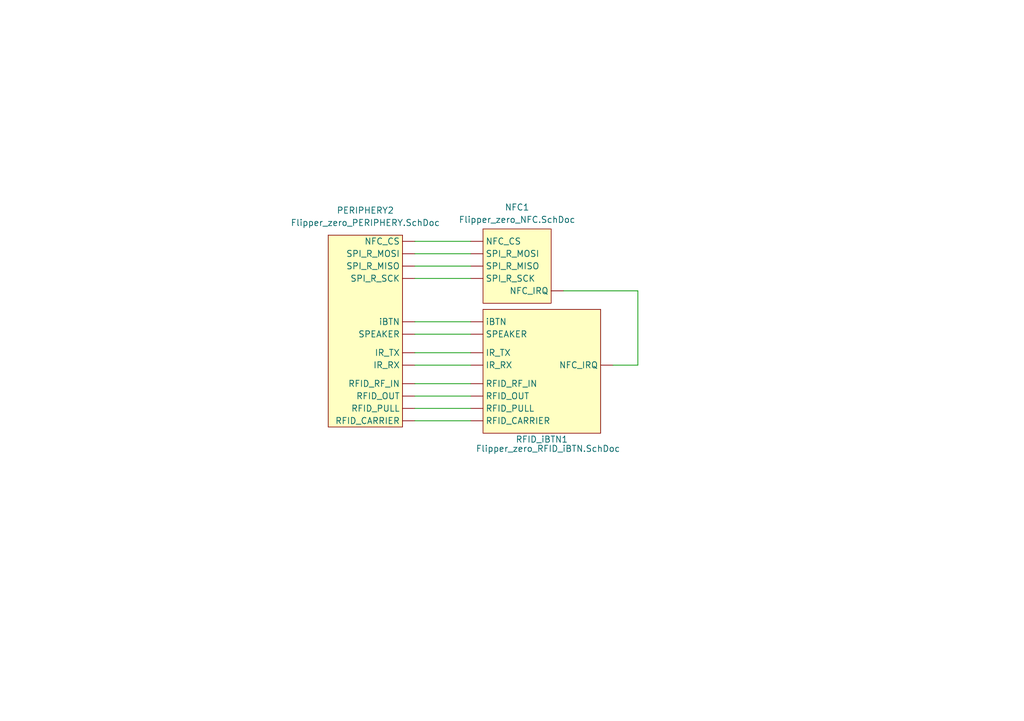
<source format=kicad_sch>
(kicad_sch
	(version 20250114)
	(generator "eeschema")
	(generator_version "9.0")
	(uuid "86bc2bd7-fe0d-42b3-83e5-af85924276af")
	(paper "A5")
	(title_block
		(title "Flipper Device DIY")
		(rev "13.F7B9C6")
		(company "Originally from : Flipper Devices Inc.")
		(comment 1 "DIY Version 1.0")
	)
	(lib_symbols
		(symbol "Flipper_Zero_Lib:NFC_BLOCK"
			(exclude_from_sim no)
			(in_bom no)
			(on_board no)
			(property "Reference" "NFC"
				(at -1.27 5.08 0)
				(effects
					(font
						(size 1.27 1.27)
					)
				)
			)
			(property "Value" "Flipper_zero_NFC.SchDoc"
				(at 8.89 2.54 0)
				(effects
					(font
						(size 1.27 1.27)
					)
				)
			)
			(property "Footprint" ""
				(at 0 0 0)
				(effects
					(font
						(size 1.27 1.27)
					)
					(hide yes)
				)
			)
			(property "Datasheet" ""
				(at 0 0 0)
				(effects
					(font
						(size 1.27 1.27)
					)
					(hide yes)
				)
			)
			(property "Description" ""
				(at 0 0 0)
				(effects
					(font
						(size 1.27 1.27)
					)
					(hide yes)
				)
			)
			(symbol "NFC_BLOCK_1_1"
				(rectangle
					(start 0 0)
					(end 13.97 -15.24)
					(stroke
						(width 0)
						(type default)
					)
					(fill
						(type background)
					)
				)
				(pin input line
					(at -2.54 -2.54 0)
					(length 2.54)
					(name "NFC_CS"
						(effects
							(font
								(size 1.27 1.27)
							)
						)
					)
					(number ""
						(effects
							(font
								(size 1.27 1.27)
							)
						)
					)
				)
				(pin input line
					(at -2.54 -5.08 0)
					(length 2.54)
					(name "SPI_R_MOSI"
						(effects
							(font
								(size 1.27 1.27)
							)
						)
					)
					(number ""
						(effects
							(font
								(size 1.27 1.27)
							)
						)
					)
				)
				(pin output line
					(at -2.54 -7.62 0)
					(length 2.54)
					(name "SPI_R_MISO"
						(effects
							(font
								(size 1.27 1.27)
							)
						)
					)
					(number ""
						(effects
							(font
								(size 1.27 1.27)
							)
						)
					)
				)
				(pin input line
					(at -2.54 -10.16 0)
					(length 2.54)
					(name "SPI_R_SCK"
						(effects
							(font
								(size 1.27 1.27)
							)
						)
					)
					(number ""
						(effects
							(font
								(size 1.27 1.27)
							)
						)
					)
				)
				(pin output line
					(at 16.51 -12.7 180)
					(length 2.54)
					(name "NFC_IRQ"
						(effects
							(font
								(size 1.27 1.27)
							)
						)
					)
					(number ""
						(effects
							(font
								(size 1.27 1.27)
							)
						)
					)
				)
			)
			(embedded_fonts no)
		)
		(symbol "Flipper_Zero_Lib:PERIPHERY_BLOCK"
			(exclude_from_sim no)
			(in_bom no)
			(on_board no)
			(property "Reference" "PERIPHERY"
				(at -5.08 7.62 0)
				(effects
					(font
						(size 1.27 1.27)
					)
				)
			)
			(property "Value" "Flipper_zero_PERIPHERY.SchDoc"
				(at 5.08 5.08 0)
				(effects
					(font
						(size 1.27 1.27)
					)
				)
			)
			(property "Footprint" ""
				(at 0 7.62 0)
				(effects
					(font
						(size 1.27 1.27)
					)
					(hide yes)
				)
			)
			(property "Datasheet" ""
				(at 0 7.62 0)
				(effects
					(font
						(size 1.27 1.27)
					)
					(hide yes)
				)
			)
			(property "Description" ""
				(at 0 0 0)
				(effects
					(font
						(size 1.27 1.27)
					)
					(hide yes)
				)
			)
			(symbol "PERIPHERY_BLOCK_1_1"
				(rectangle
					(start -15.24 2.54)
					(end 0 -36.83)
					(stroke
						(width 0)
						(type default)
					)
					(fill
						(type background)
					)
				)
				(pin output line
					(at 2.54 1.27 180)
					(length 2.54)
					(name "NFC_CS"
						(effects
							(font
								(size 1.27 1.27)
							)
						)
					)
					(number ""
						(effects
							(font
								(size 1.27 1.27)
							)
						)
					)
				)
				(pin output line
					(at 2.54 -1.27 180)
					(length 2.54)
					(name "SPI_R_MOSI"
						(effects
							(font
								(size 1.27 1.27)
							)
						)
					)
					(number ""
						(effects
							(font
								(size 1.27 1.27)
							)
						)
					)
				)
				(pin input line
					(at 2.54 -3.81 180)
					(length 2.54)
					(name "SPI_R_MISO"
						(effects
							(font
								(size 1.27 1.27)
							)
						)
					)
					(number ""
						(effects
							(font
								(size 1.27 1.27)
							)
						)
					)
				)
				(pin output line
					(at 2.54 -6.35 180)
					(length 2.54)
					(name "SPI_R_SCK"
						(effects
							(font
								(size 1.27 1.27)
							)
						)
					)
					(number ""
						(effects
							(font
								(size 1.27 1.27)
							)
						)
					)
				)
				(pin bidirectional line
					(at 2.54 -15.24 180)
					(length 2.54)
					(name "iBTN"
						(effects
							(font
								(size 1.27 1.27)
							)
						)
					)
					(number ""
						(effects
							(font
								(size 1.27 1.27)
							)
						)
					)
				)
				(pin output line
					(at 2.54 -17.78 180)
					(length 2.54)
					(name "SPEAKER"
						(effects
							(font
								(size 1.27 1.27)
							)
						)
					)
					(number ""
						(effects
							(font
								(size 1.27 1.27)
							)
						)
					)
				)
				(pin output line
					(at 2.54 -21.59 180)
					(length 2.54)
					(name "IR_TX"
						(effects
							(font
								(size 1.27 1.27)
							)
						)
					)
					(number ""
						(effects
							(font
								(size 1.27 1.27)
							)
						)
					)
				)
				(pin input line
					(at 2.54 -24.13 180)
					(length 2.54)
					(name "IR_RX"
						(effects
							(font
								(size 1.27 1.27)
							)
						)
					)
					(number ""
						(effects
							(font
								(size 1.27 1.27)
							)
						)
					)
				)
				(pin input line
					(at 2.54 -27.94 180)
					(length 2.54)
					(name "RFID_RF_IN"
						(effects
							(font
								(size 1.27 1.27)
							)
						)
					)
					(number ""
						(effects
							(font
								(size 1.27 1.27)
							)
						)
					)
				)
				(pin output line
					(at 2.54 -30.48 180)
					(length 2.54)
					(name "RFID_OUT"
						(effects
							(font
								(size 1.27 1.27)
							)
						)
					)
					(number ""
						(effects
							(font
								(size 1.27 1.27)
							)
						)
					)
				)
				(pin output line
					(at 2.54 -33.02 180)
					(length 2.54)
					(name "RFID_PULL"
						(effects
							(font
								(size 1.27 1.27)
							)
						)
					)
					(number ""
						(effects
							(font
								(size 1.27 1.27)
							)
						)
					)
				)
				(pin input line
					(at 2.54 -35.56 180)
					(length 2.54)
					(name "RFID_CARRIER"
						(effects
							(font
								(size 1.27 1.27)
							)
						)
					)
					(number ""
						(effects
							(font
								(size 1.27 1.27)
							)
						)
					)
				)
			)
			(embedded_fonts no)
		)
		(symbol "Flipper_Zero_Lib:RFID_iBTN_BLOCK"
			(exclude_from_sim no)
			(in_bom no)
			(on_board no)
			(property "Reference" "RFID_iBTN"
				(at 1.27 2.54 0)
				(effects
					(font
						(size 1.27 1.27)
					)
				)
			)
			(property "Value" "Flipper_zero_RFID_iBTN.SchDoc"
				(at 1.27 0 0)
				(effects
					(font
						(size 1.27 1.27)
					)
				)
			)
			(property "Footprint" ""
				(at 0 0 0)
				(effects
					(font
						(size 1.27 1.27)
					)
					(hide yes)
				)
			)
			(property "Datasheet" ""
				(at 0 0 0)
				(effects
					(font
						(size 1.27 1.27)
					)
					(hide yes)
				)
			)
			(property "Description" ""
				(at 0 0 0)
				(effects
					(font
						(size 1.27 1.27)
					)
					(hide yes)
				)
			)
			(symbol "RFID_iBTN_BLOCK_1_1"
				(rectangle
					(start -10.16 -1.27)
					(end 13.97 -26.67)
					(stroke
						(width 0)
						(type default)
					)
					(fill
						(type background)
					)
				)
				(pin bidirectional line
					(at -12.7 -3.81 0)
					(length 2.54)
					(name "iBTN"
						(effects
							(font
								(size 1.27 1.27)
							)
						)
					)
					(number ""
						(effects
							(font
								(size 1.27 1.27)
							)
						)
					)
				)
				(pin input line
					(at -12.7 -6.35 0)
					(length 2.54)
					(name "SPEAKER"
						(effects
							(font
								(size 1.27 1.27)
							)
						)
					)
					(number ""
						(effects
							(font
								(size 1.27 1.27)
							)
						)
					)
				)
				(pin input line
					(at -12.7 -10.16 0)
					(length 2.54)
					(name "IR_TX"
						(effects
							(font
								(size 1.27 1.27)
							)
						)
					)
					(number ""
						(effects
							(font
								(size 1.27 1.27)
							)
						)
					)
				)
				(pin output line
					(at -12.7 -12.7 0)
					(length 2.54)
					(name "IR_RX"
						(effects
							(font
								(size 1.27 1.27)
							)
						)
					)
					(number ""
						(effects
							(font
								(size 1.27 1.27)
							)
						)
					)
				)
				(pin output line
					(at -12.7 -16.51 0)
					(length 2.54)
					(name "RFID_RF_IN"
						(effects
							(font
								(size 1.27 1.27)
							)
						)
					)
					(number ""
						(effects
							(font
								(size 1.27 1.27)
							)
						)
					)
				)
				(pin input line
					(at -12.7 -19.05 0)
					(length 2.54)
					(name "RFID_OUT"
						(effects
							(font
								(size 1.27 1.27)
							)
						)
					)
					(number ""
						(effects
							(font
								(size 1.27 1.27)
							)
						)
					)
				)
				(pin input line
					(at -12.7 -21.59 0)
					(length 2.54)
					(name "RFID_PULL"
						(effects
							(font
								(size 1.27 1.27)
							)
						)
					)
					(number ""
						(effects
							(font
								(size 1.27 1.27)
							)
						)
					)
				)
				(pin output line
					(at -12.7 -24.13 0)
					(length 2.54)
					(name "RFID_CARRIER"
						(effects
							(font
								(size 1.27 1.27)
							)
						)
					)
					(number ""
						(effects
							(font
								(size 1.27 1.27)
							)
						)
					)
				)
				(pin input line
					(at 16.51 -12.7 180)
					(length 2.54)
					(name "NFC_IRQ"
						(effects
							(font
								(size 1.27 1.27)
							)
						)
					)
					(number ""
						(effects
							(font
								(size 1.27 1.27)
							)
						)
					)
				)
			)
			(embedded_fonts no)
		)
	)
	(wire
		(pts
			(xy 85.09 81.28) (xy 96.52 81.28)
		)
		(stroke
			(width 0)
			(type default)
		)
		(uuid "0ee3b244-e127-434b-ad6e-df4ef9b105ea")
	)
	(wire
		(pts
			(xy 115.57 59.69) (xy 130.81 59.69)
		)
		(stroke
			(width 0)
			(type default)
		)
		(uuid "28eb6674-37bc-43ff-ae24-0fa8c7f4a682")
	)
	(wire
		(pts
			(xy 85.09 49.53) (xy 96.52 49.53)
		)
		(stroke
			(width 0)
			(type default)
		)
		(uuid "33122d36-a013-4927-b6dc-daf24e3bb4f9")
	)
	(wire
		(pts
			(xy 130.81 59.69) (xy 130.81 74.93)
		)
		(stroke
			(width 0)
			(type default)
		)
		(uuid "57d31219-4df2-4843-9a83-02b1af5f34eb")
	)
	(wire
		(pts
			(xy 85.09 68.58) (xy 96.52 68.58)
		)
		(stroke
			(width 0)
			(type default)
		)
		(uuid "73e09fc3-e1af-4b60-9887-ff6eae520615")
	)
	(wire
		(pts
			(xy 130.81 74.93) (xy 125.73 74.93)
		)
		(stroke
			(width 0)
			(type default)
		)
		(uuid "84664c9b-9a60-4bfe-aa94-2b1d2f71a346")
	)
	(wire
		(pts
			(xy 85.09 57.15) (xy 96.52 57.15)
		)
		(stroke
			(width 0)
			(type default)
		)
		(uuid "8d8cf005-a0c2-4d9c-a4e5-22f20c5eff41")
	)
	(wire
		(pts
			(xy 85.09 78.74) (xy 96.52 78.74)
		)
		(stroke
			(width 0)
			(type default)
		)
		(uuid "9b52e445-5c2c-4373-94f8-0b6211c9456d")
	)
	(wire
		(pts
			(xy 85.09 86.36) (xy 96.52 86.36)
		)
		(stroke
			(width 0)
			(type default)
		)
		(uuid "b44b38fc-6582-4134-955c-c856c04a07eb")
	)
	(wire
		(pts
			(xy 85.09 54.61) (xy 96.52 54.61)
		)
		(stroke
			(width 0)
			(type default)
		)
		(uuid "b763654a-2dda-41da-bc5c-18f01680d45a")
	)
	(wire
		(pts
			(xy 85.09 66.04) (xy 96.52 66.04)
		)
		(stroke
			(width 0)
			(type default)
		)
		(uuid "c252f782-5ee6-41e2-92d7-7e1bd996f668")
	)
	(wire
		(pts
			(xy 85.09 52.07) (xy 96.52 52.07)
		)
		(stroke
			(width 0)
			(type default)
		)
		(uuid "e3325841-59f5-40e4-99d4-43c7875db373")
	)
	(wire
		(pts
			(xy 85.09 74.93) (xy 96.52 74.93)
		)
		(stroke
			(width 0)
			(type default)
		)
		(uuid "e6e84f40-ce27-4634-9049-e294790af7ba")
	)
	(wire
		(pts
			(xy 85.09 83.82) (xy 96.52 83.82)
		)
		(stroke
			(width 0)
			(type default)
		)
		(uuid "e96a764b-cfeb-4697-af78-1920c3b1c5e2")
	)
	(wire
		(pts
			(xy 85.09 72.39) (xy 96.52 72.39)
		)
		(stroke
			(width 0)
			(type default)
		)
		(uuid "eda1545b-7280-4977-830f-32f19b38ef59")
	)
	(symbol
		(lib_id "Flipper_Zero_Lib:NFC_BLOCK")
		(at 99.06 46.99 0)
		(unit 1)
		(exclude_from_sim no)
		(in_bom no)
		(on_board no)
		(dnp no)
		(fields_autoplaced yes)
		(uuid "2a95fb72-92ee-4e5c-b1bb-deb041fbcc97")
		(property "Reference" "NFC1"
			(at 106.045 42.545 0)
			(effects
				(font
					(size 1.27 1.27)
				)
			)
		)
		(property "Value" "Flipper_zero_NFC.SchDoc"
			(at 106.045 45.085 0)
			(effects
				(font
					(size 1.27 1.27)
				)
			)
		)
		(property "Footprint" ""
			(at 99.06 46.99 0)
			(effects
				(font
					(size 1.27 1.27)
				)
				(hide yes)
			)
		)
		(property "Datasheet" ""
			(at 99.06 46.99 0)
			(effects
				(font
					(size 1.27 1.27)
				)
				(hide yes)
			)
		)
		(property "Description" ""
			(at 99.06 46.99 0)
			(effects
				(font
					(size 1.27 1.27)
				)
				(hide yes)
			)
		)
		(pin ""
			(uuid "acc97d3c-d4b6-48e5-b15c-235833837658")
		)
		(pin ""
			(uuid "464f61bd-1544-44c6-8ff1-95d927afd02d")
		)
		(pin ""
			(uuid "1541f64f-481b-4d2f-9f3b-0fbbb585d7d6")
		)
		(pin ""
			(uuid "5c740f4b-a8da-4248-a037-12582c2cc925")
		)
		(pin ""
			(uuid "9ce75962-a15b-4c68-ad16-e638f3f8378d")
		)
		(instances
			(project "Flipper_Zero_DIY"
				(path "/6fd3b1c7-f4ee-4f40-ae71-a0439f037db8/6eb83f5a-7b16-426a-9130-a087b28e79cc"
					(reference "NFC1")
					(unit 1)
				)
			)
		)
	)
	(symbol
		(lib_id "Flipper_Zero_Lib:PERIPHERY_BLOCK")
		(at 82.55 50.8 0)
		(unit 1)
		(exclude_from_sim no)
		(in_bom no)
		(on_board no)
		(dnp no)
		(fields_autoplaced yes)
		(uuid "35e6602e-ce46-4d30-b704-b3458984858d")
		(property "Reference" "PERIPHERY2"
			(at 74.93 43.18 0)
			(effects
				(font
					(size 1.27 1.27)
				)
			)
		)
		(property "Value" "Flipper_zero_PERIPHERY.SchDoc"
			(at 74.93 45.72 0)
			(effects
				(font
					(size 1.27 1.27)
				)
			)
		)
		(property "Footprint" ""
			(at 82.55 43.18 0)
			(effects
				(font
					(size 1.27 1.27)
				)
				(hide yes)
			)
		)
		(property "Datasheet" ""
			(at 82.55 43.18 0)
			(effects
				(font
					(size 1.27 1.27)
				)
				(hide yes)
			)
		)
		(property "Description" ""
			(at 82.55 50.8 0)
			(effects
				(font
					(size 1.27 1.27)
				)
				(hide yes)
			)
		)
		(pin ""
			(uuid "6b7608ee-9ec9-4ce4-ba44-03800262a468")
		)
		(pin ""
			(uuid "0cb8e77e-f895-43be-a79d-37dcf5b208fd")
		)
		(pin ""
			(uuid "837a6a99-dbc1-4967-bf63-0a7d1729a351")
		)
		(pin ""
			(uuid "5d41e0b2-d381-41ff-a215-784308fe15c9")
		)
		(pin ""
			(uuid "de6703d9-f7b7-431f-968b-bed28089fc37")
		)
		(pin ""
			(uuid "966361c8-31e8-47fc-b418-045154c7e244")
		)
		(pin ""
			(uuid "41c5cf92-fbdd-4fe2-820f-f8ef3bc58453")
		)
		(pin ""
			(uuid "8c0a22c0-ae01-4122-98c3-dce0e9407d62")
		)
		(pin ""
			(uuid "5597f3f7-ae91-44d7-a73c-2d08b5fbd8d8")
		)
		(pin ""
			(uuid "08b8f33b-112d-4af0-9467-972eb1062558")
		)
		(pin ""
			(uuid "aa5009d8-716d-4cd1-acec-1aa1cc740f5c")
		)
		(pin ""
			(uuid "5dbc4ce4-cf7c-459d-bb3d-ef77c41ab230")
		)
		(instances
			(project "Flipper_Zero_DIY"
				(path "/6fd3b1c7-f4ee-4f40-ae71-a0439f037db8/6eb83f5a-7b16-426a-9130-a087b28e79cc"
					(reference "PERIPHERY2")
					(unit 1)
				)
			)
		)
	)
	(symbol
		(lib_id "Flipper_Zero_Lib:RFID_iBTN_BLOCK")
		(at 109.22 62.23 0)
		(unit 1)
		(exclude_from_sim no)
		(in_bom no)
		(on_board no)
		(dnp no)
		(uuid "7d4f9510-f4bd-4f96-896b-042940d04b85")
		(property "Reference" "RFID_iBTN1"
			(at 111.125 90.17 0)
			(effects
				(font
					(size 1.27 1.27)
				)
			)
		)
		(property "Value" "Flipper_zero_RFID_iBTN.SchDoc"
			(at 112.395 92.075 0)
			(effects
				(font
					(size 1.27 1.27)
				)
			)
		)
		(property "Footprint" ""
			(at 109.22 62.23 0)
			(effects
				(font
					(size 1.27 1.27)
				)
				(hide yes)
			)
		)
		(property "Datasheet" ""
			(at 109.22 62.23 0)
			(effects
				(font
					(size 1.27 1.27)
				)
				(hide yes)
			)
		)
		(property "Description" ""
			(at 109.22 62.23 0)
			(effects
				(font
					(size 1.27 1.27)
				)
				(hide yes)
			)
		)
		(pin ""
			(uuid "e5ca6b2e-a4f4-4bca-8ecf-5db85c126e5a")
		)
		(pin ""
			(uuid "a05dc8e6-b6d1-4ba7-84c5-bdbff2f3745f")
		)
		(pin ""
			(uuid "1e8dde37-348b-4b0c-98c6-a66d29a697d8")
		)
		(pin ""
			(uuid "8401679b-671b-42eb-9859-d871b93b0eb5")
		)
		(pin ""
			(uuid "b5bbbdc2-5898-47ff-b8d1-d3b3b9bbcbc5")
		)
		(pin ""
			(uuid "cd5addd3-4b8d-4e27-b8f9-7d81e43063fc")
		)
		(pin ""
			(uuid "d2a56751-2bc2-40ff-8e72-425650008a79")
		)
		(pin ""
			(uuid "8d3f9d45-93ac-4653-8842-5fb62c9619b1")
		)
		(pin ""
			(uuid "3d53e02b-88f3-45ac-aa4c-f5d055830cc2")
		)
		(instances
			(project "Flipper_Zero_DIY"
				(path "/6fd3b1c7-f4ee-4f40-ae71-a0439f037db8/6eb83f5a-7b16-426a-9130-a087b28e79cc"
					(reference "RFID_iBTN1")
					(unit 1)
				)
			)
		)
	)
)

</source>
